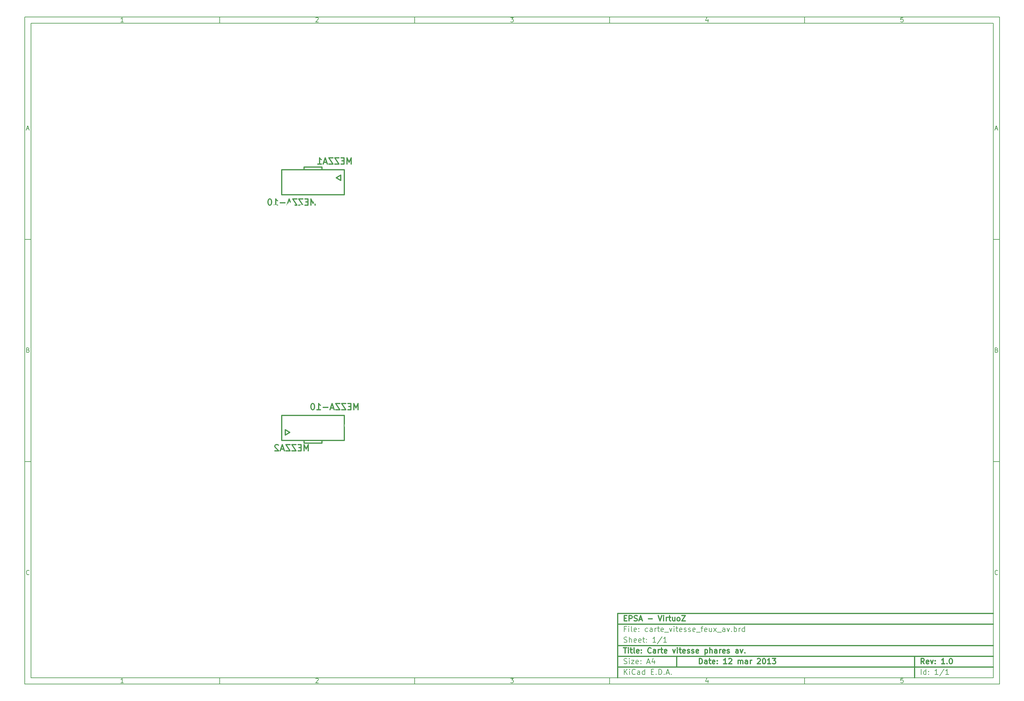
<source format=gbo>
G04 (created by PCBNEW-RS274X (2012-01-19 BZR 3256)-stable) date 12/03/2013 15:28:24*
G01*
G70*
G90*
%MOIN*%
G04 Gerber Fmt 3.4, Leading zero omitted, Abs format*
%FSLAX34Y34*%
G04 APERTURE LIST*
%ADD10C,0.006000*%
%ADD11C,0.012000*%
%ADD12C,0.014000*%
%ADD13C,0.095000*%
%ADD14R,0.095000X0.095000*%
%ADD15R,0.110000X0.082000*%
%ADD16O,0.110000X0.082000*%
%ADD17C,0.295600*%
%ADD18R,0.110000X0.110000*%
%ADD19C,0.110000*%
%ADD20R,0.075000X0.075000*%
%ADD21C,0.075000*%
%ADD22R,0.105000X0.105000*%
%ADD23C,0.105000*%
G04 APERTURE END LIST*
G54D10*
X04000Y-04000D02*
X113000Y-04000D01*
X113000Y-78670D01*
X04000Y-78670D01*
X04000Y-04000D01*
X04700Y-04700D02*
X112300Y-04700D01*
X112300Y-77970D01*
X04700Y-77970D01*
X04700Y-04700D01*
X25800Y-04000D02*
X25800Y-04700D01*
X15043Y-04552D02*
X14757Y-04552D01*
X14900Y-04552D02*
X14900Y-04052D01*
X14852Y-04124D01*
X14805Y-04171D01*
X14757Y-04195D01*
X25800Y-78670D02*
X25800Y-77970D01*
X15043Y-78522D02*
X14757Y-78522D01*
X14900Y-78522D02*
X14900Y-78022D01*
X14852Y-78094D01*
X14805Y-78141D01*
X14757Y-78165D01*
X47600Y-04000D02*
X47600Y-04700D01*
X36557Y-04100D02*
X36581Y-04076D01*
X36629Y-04052D01*
X36748Y-04052D01*
X36795Y-04076D01*
X36819Y-04100D01*
X36843Y-04148D01*
X36843Y-04195D01*
X36819Y-04267D01*
X36533Y-04552D01*
X36843Y-04552D01*
X47600Y-78670D02*
X47600Y-77970D01*
X36557Y-78070D02*
X36581Y-78046D01*
X36629Y-78022D01*
X36748Y-78022D01*
X36795Y-78046D01*
X36819Y-78070D01*
X36843Y-78118D01*
X36843Y-78165D01*
X36819Y-78237D01*
X36533Y-78522D01*
X36843Y-78522D01*
X69400Y-04000D02*
X69400Y-04700D01*
X58333Y-04052D02*
X58643Y-04052D01*
X58476Y-04243D01*
X58548Y-04243D01*
X58595Y-04267D01*
X58619Y-04290D01*
X58643Y-04338D01*
X58643Y-04457D01*
X58619Y-04505D01*
X58595Y-04529D01*
X58548Y-04552D01*
X58405Y-04552D01*
X58357Y-04529D01*
X58333Y-04505D01*
X69400Y-78670D02*
X69400Y-77970D01*
X58333Y-78022D02*
X58643Y-78022D01*
X58476Y-78213D01*
X58548Y-78213D01*
X58595Y-78237D01*
X58619Y-78260D01*
X58643Y-78308D01*
X58643Y-78427D01*
X58619Y-78475D01*
X58595Y-78499D01*
X58548Y-78522D01*
X58405Y-78522D01*
X58357Y-78499D01*
X58333Y-78475D01*
X91200Y-04000D02*
X91200Y-04700D01*
X80395Y-04219D02*
X80395Y-04552D01*
X80276Y-04029D02*
X80157Y-04386D01*
X80467Y-04386D01*
X91200Y-78670D02*
X91200Y-77970D01*
X80395Y-78189D02*
X80395Y-78522D01*
X80276Y-77999D02*
X80157Y-78356D01*
X80467Y-78356D01*
X102219Y-04052D02*
X101981Y-04052D01*
X101957Y-04290D01*
X101981Y-04267D01*
X102029Y-04243D01*
X102148Y-04243D01*
X102195Y-04267D01*
X102219Y-04290D01*
X102243Y-04338D01*
X102243Y-04457D01*
X102219Y-04505D01*
X102195Y-04529D01*
X102148Y-04552D01*
X102029Y-04552D01*
X101981Y-04529D01*
X101957Y-04505D01*
X102219Y-78022D02*
X101981Y-78022D01*
X101957Y-78260D01*
X101981Y-78237D01*
X102029Y-78213D01*
X102148Y-78213D01*
X102195Y-78237D01*
X102219Y-78260D01*
X102243Y-78308D01*
X102243Y-78427D01*
X102219Y-78475D01*
X102195Y-78499D01*
X102148Y-78522D01*
X102029Y-78522D01*
X101981Y-78499D01*
X101957Y-78475D01*
X04000Y-28890D02*
X04700Y-28890D01*
X04231Y-16510D02*
X04469Y-16510D01*
X04184Y-16652D02*
X04350Y-16152D01*
X04517Y-16652D01*
X113000Y-28890D02*
X112300Y-28890D01*
X112531Y-16510D02*
X112769Y-16510D01*
X112484Y-16652D02*
X112650Y-16152D01*
X112817Y-16652D01*
X04000Y-53780D02*
X04700Y-53780D01*
X04386Y-41280D02*
X04457Y-41304D01*
X04481Y-41328D01*
X04505Y-41376D01*
X04505Y-41447D01*
X04481Y-41495D01*
X04457Y-41519D01*
X04410Y-41542D01*
X04219Y-41542D01*
X04219Y-41042D01*
X04386Y-41042D01*
X04433Y-41066D01*
X04457Y-41090D01*
X04481Y-41138D01*
X04481Y-41185D01*
X04457Y-41233D01*
X04433Y-41257D01*
X04386Y-41280D01*
X04219Y-41280D01*
X113000Y-53780D02*
X112300Y-53780D01*
X112686Y-41280D02*
X112757Y-41304D01*
X112781Y-41328D01*
X112805Y-41376D01*
X112805Y-41447D01*
X112781Y-41495D01*
X112757Y-41519D01*
X112710Y-41542D01*
X112519Y-41542D01*
X112519Y-41042D01*
X112686Y-41042D01*
X112733Y-41066D01*
X112757Y-41090D01*
X112781Y-41138D01*
X112781Y-41185D01*
X112757Y-41233D01*
X112733Y-41257D01*
X112686Y-41280D01*
X112519Y-41280D01*
X04505Y-66385D02*
X04481Y-66409D01*
X04410Y-66432D01*
X04362Y-66432D01*
X04290Y-66409D01*
X04243Y-66361D01*
X04219Y-66313D01*
X04195Y-66218D01*
X04195Y-66147D01*
X04219Y-66051D01*
X04243Y-66004D01*
X04290Y-65956D01*
X04362Y-65932D01*
X04410Y-65932D01*
X04481Y-65956D01*
X04505Y-65980D01*
X112805Y-66385D02*
X112781Y-66409D01*
X112710Y-66432D01*
X112662Y-66432D01*
X112590Y-66409D01*
X112543Y-66361D01*
X112519Y-66313D01*
X112495Y-66218D01*
X112495Y-66147D01*
X112519Y-66051D01*
X112543Y-66004D01*
X112590Y-65956D01*
X112662Y-65932D01*
X112710Y-65932D01*
X112781Y-65956D01*
X112805Y-65980D01*
G54D11*
X79443Y-76413D02*
X79443Y-75813D01*
X79586Y-75813D01*
X79671Y-75841D01*
X79729Y-75899D01*
X79757Y-75956D01*
X79786Y-76070D01*
X79786Y-76156D01*
X79757Y-76270D01*
X79729Y-76327D01*
X79671Y-76384D01*
X79586Y-76413D01*
X79443Y-76413D01*
X80300Y-76413D02*
X80300Y-76099D01*
X80271Y-76041D01*
X80214Y-76013D01*
X80100Y-76013D01*
X80043Y-76041D01*
X80300Y-76384D02*
X80243Y-76413D01*
X80100Y-76413D01*
X80043Y-76384D01*
X80014Y-76327D01*
X80014Y-76270D01*
X80043Y-76213D01*
X80100Y-76184D01*
X80243Y-76184D01*
X80300Y-76156D01*
X80500Y-76013D02*
X80729Y-76013D01*
X80586Y-75813D02*
X80586Y-76327D01*
X80614Y-76384D01*
X80672Y-76413D01*
X80729Y-76413D01*
X81157Y-76384D02*
X81100Y-76413D01*
X80986Y-76413D01*
X80929Y-76384D01*
X80900Y-76327D01*
X80900Y-76099D01*
X80929Y-76041D01*
X80986Y-76013D01*
X81100Y-76013D01*
X81157Y-76041D01*
X81186Y-76099D01*
X81186Y-76156D01*
X80900Y-76213D01*
X81443Y-76356D02*
X81471Y-76384D01*
X81443Y-76413D01*
X81414Y-76384D01*
X81443Y-76356D01*
X81443Y-76413D01*
X81443Y-76041D02*
X81471Y-76070D01*
X81443Y-76099D01*
X81414Y-76070D01*
X81443Y-76041D01*
X81443Y-76099D01*
X82500Y-76413D02*
X82157Y-76413D01*
X82329Y-76413D02*
X82329Y-75813D01*
X82272Y-75899D01*
X82214Y-75956D01*
X82157Y-75984D01*
X82728Y-75870D02*
X82757Y-75841D01*
X82814Y-75813D01*
X82957Y-75813D01*
X83014Y-75841D01*
X83043Y-75870D01*
X83071Y-75927D01*
X83071Y-75984D01*
X83043Y-76070D01*
X82700Y-76413D01*
X83071Y-76413D01*
X83785Y-76413D02*
X83785Y-76013D01*
X83785Y-76070D02*
X83813Y-76041D01*
X83871Y-76013D01*
X83956Y-76013D01*
X84013Y-76041D01*
X84042Y-76099D01*
X84042Y-76413D01*
X84042Y-76099D02*
X84071Y-76041D01*
X84128Y-76013D01*
X84213Y-76013D01*
X84271Y-76041D01*
X84299Y-76099D01*
X84299Y-76413D01*
X84842Y-76413D02*
X84842Y-76099D01*
X84813Y-76041D01*
X84756Y-76013D01*
X84642Y-76013D01*
X84585Y-76041D01*
X84842Y-76384D02*
X84785Y-76413D01*
X84642Y-76413D01*
X84585Y-76384D01*
X84556Y-76327D01*
X84556Y-76270D01*
X84585Y-76213D01*
X84642Y-76184D01*
X84785Y-76184D01*
X84842Y-76156D01*
X85128Y-76413D02*
X85128Y-76013D01*
X85128Y-76127D02*
X85156Y-76070D01*
X85185Y-76041D01*
X85242Y-76013D01*
X85299Y-76013D01*
X85927Y-75870D02*
X85956Y-75841D01*
X86013Y-75813D01*
X86156Y-75813D01*
X86213Y-75841D01*
X86242Y-75870D01*
X86270Y-75927D01*
X86270Y-75984D01*
X86242Y-76070D01*
X85899Y-76413D01*
X86270Y-76413D01*
X86641Y-75813D02*
X86698Y-75813D01*
X86755Y-75841D01*
X86784Y-75870D01*
X86813Y-75927D01*
X86841Y-76041D01*
X86841Y-76184D01*
X86813Y-76299D01*
X86784Y-76356D01*
X86755Y-76384D01*
X86698Y-76413D01*
X86641Y-76413D01*
X86584Y-76384D01*
X86555Y-76356D01*
X86527Y-76299D01*
X86498Y-76184D01*
X86498Y-76041D01*
X86527Y-75927D01*
X86555Y-75870D01*
X86584Y-75841D01*
X86641Y-75813D01*
X87412Y-76413D02*
X87069Y-76413D01*
X87241Y-76413D02*
X87241Y-75813D01*
X87184Y-75899D01*
X87126Y-75956D01*
X87069Y-75984D01*
X87612Y-75813D02*
X87983Y-75813D01*
X87783Y-76041D01*
X87869Y-76041D01*
X87926Y-76070D01*
X87955Y-76099D01*
X87983Y-76156D01*
X87983Y-76299D01*
X87955Y-76356D01*
X87926Y-76384D01*
X87869Y-76413D01*
X87697Y-76413D01*
X87640Y-76384D01*
X87612Y-76356D01*
G54D10*
X71043Y-77613D02*
X71043Y-77013D01*
X71386Y-77613D02*
X71129Y-77270D01*
X71386Y-77013D02*
X71043Y-77356D01*
X71643Y-77613D02*
X71643Y-77213D01*
X71643Y-77013D02*
X71614Y-77041D01*
X71643Y-77070D01*
X71671Y-77041D01*
X71643Y-77013D01*
X71643Y-77070D01*
X72272Y-77556D02*
X72243Y-77584D01*
X72157Y-77613D01*
X72100Y-77613D01*
X72015Y-77584D01*
X71957Y-77527D01*
X71929Y-77470D01*
X71900Y-77356D01*
X71900Y-77270D01*
X71929Y-77156D01*
X71957Y-77099D01*
X72015Y-77041D01*
X72100Y-77013D01*
X72157Y-77013D01*
X72243Y-77041D01*
X72272Y-77070D01*
X72786Y-77613D02*
X72786Y-77299D01*
X72757Y-77241D01*
X72700Y-77213D01*
X72586Y-77213D01*
X72529Y-77241D01*
X72786Y-77584D02*
X72729Y-77613D01*
X72586Y-77613D01*
X72529Y-77584D01*
X72500Y-77527D01*
X72500Y-77470D01*
X72529Y-77413D01*
X72586Y-77384D01*
X72729Y-77384D01*
X72786Y-77356D01*
X73329Y-77613D02*
X73329Y-77013D01*
X73329Y-77584D02*
X73272Y-77613D01*
X73158Y-77613D01*
X73100Y-77584D01*
X73072Y-77556D01*
X73043Y-77499D01*
X73043Y-77327D01*
X73072Y-77270D01*
X73100Y-77241D01*
X73158Y-77213D01*
X73272Y-77213D01*
X73329Y-77241D01*
X74072Y-77299D02*
X74272Y-77299D01*
X74358Y-77613D02*
X74072Y-77613D01*
X74072Y-77013D01*
X74358Y-77013D01*
X74615Y-77556D02*
X74643Y-77584D01*
X74615Y-77613D01*
X74586Y-77584D01*
X74615Y-77556D01*
X74615Y-77613D01*
X74901Y-77613D02*
X74901Y-77013D01*
X75044Y-77013D01*
X75129Y-77041D01*
X75187Y-77099D01*
X75215Y-77156D01*
X75244Y-77270D01*
X75244Y-77356D01*
X75215Y-77470D01*
X75187Y-77527D01*
X75129Y-77584D01*
X75044Y-77613D01*
X74901Y-77613D01*
X75501Y-77556D02*
X75529Y-77584D01*
X75501Y-77613D01*
X75472Y-77584D01*
X75501Y-77556D01*
X75501Y-77613D01*
X75758Y-77441D02*
X76044Y-77441D01*
X75701Y-77613D02*
X75901Y-77013D01*
X76101Y-77613D01*
X76301Y-77556D02*
X76329Y-77584D01*
X76301Y-77613D01*
X76272Y-77584D01*
X76301Y-77556D01*
X76301Y-77613D01*
G54D11*
X104586Y-76413D02*
X104386Y-76127D01*
X104243Y-76413D02*
X104243Y-75813D01*
X104471Y-75813D01*
X104529Y-75841D01*
X104557Y-75870D01*
X104586Y-75927D01*
X104586Y-76013D01*
X104557Y-76070D01*
X104529Y-76099D01*
X104471Y-76127D01*
X104243Y-76127D01*
X105071Y-76384D02*
X105014Y-76413D01*
X104900Y-76413D01*
X104843Y-76384D01*
X104814Y-76327D01*
X104814Y-76099D01*
X104843Y-76041D01*
X104900Y-76013D01*
X105014Y-76013D01*
X105071Y-76041D01*
X105100Y-76099D01*
X105100Y-76156D01*
X104814Y-76213D01*
X105300Y-76013D02*
X105443Y-76413D01*
X105585Y-76013D01*
X105814Y-76356D02*
X105842Y-76384D01*
X105814Y-76413D01*
X105785Y-76384D01*
X105814Y-76356D01*
X105814Y-76413D01*
X105814Y-76041D02*
X105842Y-76070D01*
X105814Y-76099D01*
X105785Y-76070D01*
X105814Y-76041D01*
X105814Y-76099D01*
X106871Y-76413D02*
X106528Y-76413D01*
X106700Y-76413D02*
X106700Y-75813D01*
X106643Y-75899D01*
X106585Y-75956D01*
X106528Y-75984D01*
X107128Y-76356D02*
X107156Y-76384D01*
X107128Y-76413D01*
X107099Y-76384D01*
X107128Y-76356D01*
X107128Y-76413D01*
X107528Y-75813D02*
X107585Y-75813D01*
X107642Y-75841D01*
X107671Y-75870D01*
X107700Y-75927D01*
X107728Y-76041D01*
X107728Y-76184D01*
X107700Y-76299D01*
X107671Y-76356D01*
X107642Y-76384D01*
X107585Y-76413D01*
X107528Y-76413D01*
X107471Y-76384D01*
X107442Y-76356D01*
X107414Y-76299D01*
X107385Y-76184D01*
X107385Y-76041D01*
X107414Y-75927D01*
X107442Y-75870D01*
X107471Y-75841D01*
X107528Y-75813D01*
G54D10*
X71014Y-76384D02*
X71100Y-76413D01*
X71243Y-76413D01*
X71300Y-76384D01*
X71329Y-76356D01*
X71357Y-76299D01*
X71357Y-76241D01*
X71329Y-76184D01*
X71300Y-76156D01*
X71243Y-76127D01*
X71129Y-76099D01*
X71071Y-76070D01*
X71043Y-76041D01*
X71014Y-75984D01*
X71014Y-75927D01*
X71043Y-75870D01*
X71071Y-75841D01*
X71129Y-75813D01*
X71271Y-75813D01*
X71357Y-75841D01*
X71614Y-76413D02*
X71614Y-76013D01*
X71614Y-75813D02*
X71585Y-75841D01*
X71614Y-75870D01*
X71642Y-75841D01*
X71614Y-75813D01*
X71614Y-75870D01*
X71843Y-76013D02*
X72157Y-76013D01*
X71843Y-76413D01*
X72157Y-76413D01*
X72614Y-76384D02*
X72557Y-76413D01*
X72443Y-76413D01*
X72386Y-76384D01*
X72357Y-76327D01*
X72357Y-76099D01*
X72386Y-76041D01*
X72443Y-76013D01*
X72557Y-76013D01*
X72614Y-76041D01*
X72643Y-76099D01*
X72643Y-76156D01*
X72357Y-76213D01*
X72900Y-76356D02*
X72928Y-76384D01*
X72900Y-76413D01*
X72871Y-76384D01*
X72900Y-76356D01*
X72900Y-76413D01*
X72900Y-76041D02*
X72928Y-76070D01*
X72900Y-76099D01*
X72871Y-76070D01*
X72900Y-76041D01*
X72900Y-76099D01*
X73614Y-76241D02*
X73900Y-76241D01*
X73557Y-76413D02*
X73757Y-75813D01*
X73957Y-76413D01*
X74414Y-76013D02*
X74414Y-76413D01*
X74271Y-75784D02*
X74128Y-76213D01*
X74500Y-76213D01*
X104243Y-77613D02*
X104243Y-77013D01*
X104786Y-77613D02*
X104786Y-77013D01*
X104786Y-77584D02*
X104729Y-77613D01*
X104615Y-77613D01*
X104557Y-77584D01*
X104529Y-77556D01*
X104500Y-77499D01*
X104500Y-77327D01*
X104529Y-77270D01*
X104557Y-77241D01*
X104615Y-77213D01*
X104729Y-77213D01*
X104786Y-77241D01*
X105072Y-77556D02*
X105100Y-77584D01*
X105072Y-77613D01*
X105043Y-77584D01*
X105072Y-77556D01*
X105072Y-77613D01*
X105072Y-77241D02*
X105100Y-77270D01*
X105072Y-77299D01*
X105043Y-77270D01*
X105072Y-77241D01*
X105072Y-77299D01*
X106129Y-77613D02*
X105786Y-77613D01*
X105958Y-77613D02*
X105958Y-77013D01*
X105901Y-77099D01*
X105843Y-77156D01*
X105786Y-77184D01*
X106814Y-76984D02*
X106300Y-77756D01*
X107329Y-77613D02*
X106986Y-77613D01*
X107158Y-77613D02*
X107158Y-77013D01*
X107101Y-77099D01*
X107043Y-77156D01*
X106986Y-77184D01*
G54D11*
X70957Y-74613D02*
X71300Y-74613D01*
X71129Y-75213D02*
X71129Y-74613D01*
X71500Y-75213D02*
X71500Y-74813D01*
X71500Y-74613D02*
X71471Y-74641D01*
X71500Y-74670D01*
X71528Y-74641D01*
X71500Y-74613D01*
X71500Y-74670D01*
X71700Y-74813D02*
X71929Y-74813D01*
X71786Y-74613D02*
X71786Y-75127D01*
X71814Y-75184D01*
X71872Y-75213D01*
X71929Y-75213D01*
X72215Y-75213D02*
X72157Y-75184D01*
X72129Y-75127D01*
X72129Y-74613D01*
X72671Y-75184D02*
X72614Y-75213D01*
X72500Y-75213D01*
X72443Y-75184D01*
X72414Y-75127D01*
X72414Y-74899D01*
X72443Y-74841D01*
X72500Y-74813D01*
X72614Y-74813D01*
X72671Y-74841D01*
X72700Y-74899D01*
X72700Y-74956D01*
X72414Y-75013D01*
X72957Y-75156D02*
X72985Y-75184D01*
X72957Y-75213D01*
X72928Y-75184D01*
X72957Y-75156D01*
X72957Y-75213D01*
X72957Y-74841D02*
X72985Y-74870D01*
X72957Y-74899D01*
X72928Y-74870D01*
X72957Y-74841D01*
X72957Y-74899D01*
X74043Y-75156D02*
X74014Y-75184D01*
X73928Y-75213D01*
X73871Y-75213D01*
X73786Y-75184D01*
X73728Y-75127D01*
X73700Y-75070D01*
X73671Y-74956D01*
X73671Y-74870D01*
X73700Y-74756D01*
X73728Y-74699D01*
X73786Y-74641D01*
X73871Y-74613D01*
X73928Y-74613D01*
X74014Y-74641D01*
X74043Y-74670D01*
X74557Y-75213D02*
X74557Y-74899D01*
X74528Y-74841D01*
X74471Y-74813D01*
X74357Y-74813D01*
X74300Y-74841D01*
X74557Y-75184D02*
X74500Y-75213D01*
X74357Y-75213D01*
X74300Y-75184D01*
X74271Y-75127D01*
X74271Y-75070D01*
X74300Y-75013D01*
X74357Y-74984D01*
X74500Y-74984D01*
X74557Y-74956D01*
X74843Y-75213D02*
X74843Y-74813D01*
X74843Y-74927D02*
X74871Y-74870D01*
X74900Y-74841D01*
X74957Y-74813D01*
X75014Y-74813D01*
X75128Y-74813D02*
X75357Y-74813D01*
X75214Y-74613D02*
X75214Y-75127D01*
X75242Y-75184D01*
X75300Y-75213D01*
X75357Y-75213D01*
X75785Y-75184D02*
X75728Y-75213D01*
X75614Y-75213D01*
X75557Y-75184D01*
X75528Y-75127D01*
X75528Y-74899D01*
X75557Y-74841D01*
X75614Y-74813D01*
X75728Y-74813D01*
X75785Y-74841D01*
X75814Y-74899D01*
X75814Y-74956D01*
X75528Y-75013D01*
X76471Y-74813D02*
X76614Y-75213D01*
X76756Y-74813D01*
X76985Y-75213D02*
X76985Y-74813D01*
X76985Y-74613D02*
X76956Y-74641D01*
X76985Y-74670D01*
X77013Y-74641D01*
X76985Y-74613D01*
X76985Y-74670D01*
X77185Y-74813D02*
X77414Y-74813D01*
X77271Y-74613D02*
X77271Y-75127D01*
X77299Y-75184D01*
X77357Y-75213D01*
X77414Y-75213D01*
X77842Y-75184D02*
X77785Y-75213D01*
X77671Y-75213D01*
X77614Y-75184D01*
X77585Y-75127D01*
X77585Y-74899D01*
X77614Y-74841D01*
X77671Y-74813D01*
X77785Y-74813D01*
X77842Y-74841D01*
X77871Y-74899D01*
X77871Y-74956D01*
X77585Y-75013D01*
X78099Y-75184D02*
X78156Y-75213D01*
X78271Y-75213D01*
X78328Y-75184D01*
X78356Y-75127D01*
X78356Y-75099D01*
X78328Y-75041D01*
X78271Y-75013D01*
X78185Y-75013D01*
X78128Y-74984D01*
X78099Y-74927D01*
X78099Y-74899D01*
X78128Y-74841D01*
X78185Y-74813D01*
X78271Y-74813D01*
X78328Y-74841D01*
X78585Y-75184D02*
X78642Y-75213D01*
X78757Y-75213D01*
X78814Y-75184D01*
X78842Y-75127D01*
X78842Y-75099D01*
X78814Y-75041D01*
X78757Y-75013D01*
X78671Y-75013D01*
X78614Y-74984D01*
X78585Y-74927D01*
X78585Y-74899D01*
X78614Y-74841D01*
X78671Y-74813D01*
X78757Y-74813D01*
X78814Y-74841D01*
X79328Y-75184D02*
X79271Y-75213D01*
X79157Y-75213D01*
X79100Y-75184D01*
X79071Y-75127D01*
X79071Y-74899D01*
X79100Y-74841D01*
X79157Y-74813D01*
X79271Y-74813D01*
X79328Y-74841D01*
X79357Y-74899D01*
X79357Y-74956D01*
X79071Y-75013D01*
X80071Y-74813D02*
X80071Y-75413D01*
X80071Y-74841D02*
X80128Y-74813D01*
X80242Y-74813D01*
X80299Y-74841D01*
X80328Y-74870D01*
X80357Y-74927D01*
X80357Y-75099D01*
X80328Y-75156D01*
X80299Y-75184D01*
X80242Y-75213D01*
X80128Y-75213D01*
X80071Y-75184D01*
X80614Y-75213D02*
X80614Y-74613D01*
X80871Y-75213D02*
X80871Y-74899D01*
X80842Y-74841D01*
X80785Y-74813D01*
X80700Y-74813D01*
X80642Y-74841D01*
X80614Y-74870D01*
X81414Y-75213D02*
X81414Y-74899D01*
X81385Y-74841D01*
X81328Y-74813D01*
X81214Y-74813D01*
X81157Y-74841D01*
X81414Y-75184D02*
X81357Y-75213D01*
X81214Y-75213D01*
X81157Y-75184D01*
X81128Y-75127D01*
X81128Y-75070D01*
X81157Y-75013D01*
X81214Y-74984D01*
X81357Y-74984D01*
X81414Y-74956D01*
X81700Y-75213D02*
X81700Y-74813D01*
X81700Y-74927D02*
X81728Y-74870D01*
X81757Y-74841D01*
X81814Y-74813D01*
X81871Y-74813D01*
X82299Y-75184D02*
X82242Y-75213D01*
X82128Y-75213D01*
X82071Y-75184D01*
X82042Y-75127D01*
X82042Y-74899D01*
X82071Y-74841D01*
X82128Y-74813D01*
X82242Y-74813D01*
X82299Y-74841D01*
X82328Y-74899D01*
X82328Y-74956D01*
X82042Y-75013D01*
X82556Y-75184D02*
X82613Y-75213D01*
X82728Y-75213D01*
X82785Y-75184D01*
X82813Y-75127D01*
X82813Y-75099D01*
X82785Y-75041D01*
X82728Y-75013D01*
X82642Y-75013D01*
X82585Y-74984D01*
X82556Y-74927D01*
X82556Y-74899D01*
X82585Y-74841D01*
X82642Y-74813D01*
X82728Y-74813D01*
X82785Y-74841D01*
X83785Y-75213D02*
X83785Y-74899D01*
X83756Y-74841D01*
X83699Y-74813D01*
X83585Y-74813D01*
X83528Y-74841D01*
X83785Y-75184D02*
X83728Y-75213D01*
X83585Y-75213D01*
X83528Y-75184D01*
X83499Y-75127D01*
X83499Y-75070D01*
X83528Y-75013D01*
X83585Y-74984D01*
X83728Y-74984D01*
X83785Y-74956D01*
X84014Y-74813D02*
X84157Y-75213D01*
X84299Y-74813D01*
X84528Y-75156D02*
X84556Y-75184D01*
X84528Y-75213D01*
X84499Y-75184D01*
X84528Y-75156D01*
X84528Y-75213D01*
G54D10*
X71243Y-72499D02*
X71043Y-72499D01*
X71043Y-72813D02*
X71043Y-72213D01*
X71329Y-72213D01*
X71557Y-72813D02*
X71557Y-72413D01*
X71557Y-72213D02*
X71528Y-72241D01*
X71557Y-72270D01*
X71585Y-72241D01*
X71557Y-72213D01*
X71557Y-72270D01*
X71929Y-72813D02*
X71871Y-72784D01*
X71843Y-72727D01*
X71843Y-72213D01*
X72385Y-72784D02*
X72328Y-72813D01*
X72214Y-72813D01*
X72157Y-72784D01*
X72128Y-72727D01*
X72128Y-72499D01*
X72157Y-72441D01*
X72214Y-72413D01*
X72328Y-72413D01*
X72385Y-72441D01*
X72414Y-72499D01*
X72414Y-72556D01*
X72128Y-72613D01*
X72671Y-72756D02*
X72699Y-72784D01*
X72671Y-72813D01*
X72642Y-72784D01*
X72671Y-72756D01*
X72671Y-72813D01*
X72671Y-72441D02*
X72699Y-72470D01*
X72671Y-72499D01*
X72642Y-72470D01*
X72671Y-72441D01*
X72671Y-72499D01*
X73671Y-72784D02*
X73614Y-72813D01*
X73500Y-72813D01*
X73442Y-72784D01*
X73414Y-72756D01*
X73385Y-72699D01*
X73385Y-72527D01*
X73414Y-72470D01*
X73442Y-72441D01*
X73500Y-72413D01*
X73614Y-72413D01*
X73671Y-72441D01*
X74185Y-72813D02*
X74185Y-72499D01*
X74156Y-72441D01*
X74099Y-72413D01*
X73985Y-72413D01*
X73928Y-72441D01*
X74185Y-72784D02*
X74128Y-72813D01*
X73985Y-72813D01*
X73928Y-72784D01*
X73899Y-72727D01*
X73899Y-72670D01*
X73928Y-72613D01*
X73985Y-72584D01*
X74128Y-72584D01*
X74185Y-72556D01*
X74471Y-72813D02*
X74471Y-72413D01*
X74471Y-72527D02*
X74499Y-72470D01*
X74528Y-72441D01*
X74585Y-72413D01*
X74642Y-72413D01*
X74756Y-72413D02*
X74985Y-72413D01*
X74842Y-72213D02*
X74842Y-72727D01*
X74870Y-72784D01*
X74928Y-72813D01*
X74985Y-72813D01*
X75413Y-72784D02*
X75356Y-72813D01*
X75242Y-72813D01*
X75185Y-72784D01*
X75156Y-72727D01*
X75156Y-72499D01*
X75185Y-72441D01*
X75242Y-72413D01*
X75356Y-72413D01*
X75413Y-72441D01*
X75442Y-72499D01*
X75442Y-72556D01*
X75156Y-72613D01*
X75556Y-72870D02*
X76013Y-72870D01*
X76099Y-72413D02*
X76242Y-72813D01*
X76384Y-72413D01*
X76613Y-72813D02*
X76613Y-72413D01*
X76613Y-72213D02*
X76584Y-72241D01*
X76613Y-72270D01*
X76641Y-72241D01*
X76613Y-72213D01*
X76613Y-72270D01*
X76813Y-72413D02*
X77042Y-72413D01*
X76899Y-72213D02*
X76899Y-72727D01*
X76927Y-72784D01*
X76985Y-72813D01*
X77042Y-72813D01*
X77470Y-72784D02*
X77413Y-72813D01*
X77299Y-72813D01*
X77242Y-72784D01*
X77213Y-72727D01*
X77213Y-72499D01*
X77242Y-72441D01*
X77299Y-72413D01*
X77413Y-72413D01*
X77470Y-72441D01*
X77499Y-72499D01*
X77499Y-72556D01*
X77213Y-72613D01*
X77727Y-72784D02*
X77784Y-72813D01*
X77899Y-72813D01*
X77956Y-72784D01*
X77984Y-72727D01*
X77984Y-72699D01*
X77956Y-72641D01*
X77899Y-72613D01*
X77813Y-72613D01*
X77756Y-72584D01*
X77727Y-72527D01*
X77727Y-72499D01*
X77756Y-72441D01*
X77813Y-72413D01*
X77899Y-72413D01*
X77956Y-72441D01*
X78213Y-72784D02*
X78270Y-72813D01*
X78385Y-72813D01*
X78442Y-72784D01*
X78470Y-72727D01*
X78470Y-72699D01*
X78442Y-72641D01*
X78385Y-72613D01*
X78299Y-72613D01*
X78242Y-72584D01*
X78213Y-72527D01*
X78213Y-72499D01*
X78242Y-72441D01*
X78299Y-72413D01*
X78385Y-72413D01*
X78442Y-72441D01*
X78956Y-72784D02*
X78899Y-72813D01*
X78785Y-72813D01*
X78728Y-72784D01*
X78699Y-72727D01*
X78699Y-72499D01*
X78728Y-72441D01*
X78785Y-72413D01*
X78899Y-72413D01*
X78956Y-72441D01*
X78985Y-72499D01*
X78985Y-72556D01*
X78699Y-72613D01*
X79099Y-72870D02*
X79556Y-72870D01*
X79613Y-72413D02*
X79842Y-72413D01*
X79699Y-72813D02*
X79699Y-72299D01*
X79727Y-72241D01*
X79785Y-72213D01*
X79842Y-72213D01*
X80270Y-72784D02*
X80213Y-72813D01*
X80099Y-72813D01*
X80042Y-72784D01*
X80013Y-72727D01*
X80013Y-72499D01*
X80042Y-72441D01*
X80099Y-72413D01*
X80213Y-72413D01*
X80270Y-72441D01*
X80299Y-72499D01*
X80299Y-72556D01*
X80013Y-72613D01*
X80813Y-72413D02*
X80813Y-72813D01*
X80556Y-72413D02*
X80556Y-72727D01*
X80584Y-72784D01*
X80642Y-72813D01*
X80727Y-72813D01*
X80784Y-72784D01*
X80813Y-72756D01*
X81042Y-72813D02*
X81356Y-72413D01*
X81042Y-72413D02*
X81356Y-72813D01*
X81442Y-72870D02*
X81899Y-72870D01*
X82299Y-72813D02*
X82299Y-72499D01*
X82270Y-72441D01*
X82213Y-72413D01*
X82099Y-72413D01*
X82042Y-72441D01*
X82299Y-72784D02*
X82242Y-72813D01*
X82099Y-72813D01*
X82042Y-72784D01*
X82013Y-72727D01*
X82013Y-72670D01*
X82042Y-72613D01*
X82099Y-72584D01*
X82242Y-72584D01*
X82299Y-72556D01*
X82528Y-72413D02*
X82671Y-72813D01*
X82813Y-72413D01*
X83042Y-72756D02*
X83070Y-72784D01*
X83042Y-72813D01*
X83013Y-72784D01*
X83042Y-72756D01*
X83042Y-72813D01*
X83328Y-72813D02*
X83328Y-72213D01*
X83328Y-72441D02*
X83385Y-72413D01*
X83499Y-72413D01*
X83556Y-72441D01*
X83585Y-72470D01*
X83614Y-72527D01*
X83614Y-72699D01*
X83585Y-72756D01*
X83556Y-72784D01*
X83499Y-72813D01*
X83385Y-72813D01*
X83328Y-72784D01*
X83871Y-72813D02*
X83871Y-72413D01*
X83871Y-72527D02*
X83899Y-72470D01*
X83928Y-72441D01*
X83985Y-72413D01*
X84042Y-72413D01*
X84499Y-72813D02*
X84499Y-72213D01*
X84499Y-72784D02*
X84442Y-72813D01*
X84328Y-72813D01*
X84270Y-72784D01*
X84242Y-72756D01*
X84213Y-72699D01*
X84213Y-72527D01*
X84242Y-72470D01*
X84270Y-72441D01*
X84328Y-72413D01*
X84442Y-72413D01*
X84499Y-72441D01*
X71014Y-73984D02*
X71100Y-74013D01*
X71243Y-74013D01*
X71300Y-73984D01*
X71329Y-73956D01*
X71357Y-73899D01*
X71357Y-73841D01*
X71329Y-73784D01*
X71300Y-73756D01*
X71243Y-73727D01*
X71129Y-73699D01*
X71071Y-73670D01*
X71043Y-73641D01*
X71014Y-73584D01*
X71014Y-73527D01*
X71043Y-73470D01*
X71071Y-73441D01*
X71129Y-73413D01*
X71271Y-73413D01*
X71357Y-73441D01*
X71614Y-74013D02*
X71614Y-73413D01*
X71871Y-74013D02*
X71871Y-73699D01*
X71842Y-73641D01*
X71785Y-73613D01*
X71700Y-73613D01*
X71642Y-73641D01*
X71614Y-73670D01*
X72385Y-73984D02*
X72328Y-74013D01*
X72214Y-74013D01*
X72157Y-73984D01*
X72128Y-73927D01*
X72128Y-73699D01*
X72157Y-73641D01*
X72214Y-73613D01*
X72328Y-73613D01*
X72385Y-73641D01*
X72414Y-73699D01*
X72414Y-73756D01*
X72128Y-73813D01*
X72899Y-73984D02*
X72842Y-74013D01*
X72728Y-74013D01*
X72671Y-73984D01*
X72642Y-73927D01*
X72642Y-73699D01*
X72671Y-73641D01*
X72728Y-73613D01*
X72842Y-73613D01*
X72899Y-73641D01*
X72928Y-73699D01*
X72928Y-73756D01*
X72642Y-73813D01*
X73099Y-73613D02*
X73328Y-73613D01*
X73185Y-73413D02*
X73185Y-73927D01*
X73213Y-73984D01*
X73271Y-74013D01*
X73328Y-74013D01*
X73528Y-73956D02*
X73556Y-73984D01*
X73528Y-74013D01*
X73499Y-73984D01*
X73528Y-73956D01*
X73528Y-74013D01*
X73528Y-73641D02*
X73556Y-73670D01*
X73528Y-73699D01*
X73499Y-73670D01*
X73528Y-73641D01*
X73528Y-73699D01*
X74585Y-74013D02*
X74242Y-74013D01*
X74414Y-74013D02*
X74414Y-73413D01*
X74357Y-73499D01*
X74299Y-73556D01*
X74242Y-73584D01*
X75270Y-73384D02*
X74756Y-74156D01*
X75785Y-74013D02*
X75442Y-74013D01*
X75614Y-74013D02*
X75614Y-73413D01*
X75557Y-73499D01*
X75499Y-73556D01*
X75442Y-73584D01*
G54D11*
X71043Y-71299D02*
X71243Y-71299D01*
X71329Y-71613D02*
X71043Y-71613D01*
X71043Y-71013D01*
X71329Y-71013D01*
X71586Y-71613D02*
X71586Y-71013D01*
X71814Y-71013D01*
X71872Y-71041D01*
X71900Y-71070D01*
X71929Y-71127D01*
X71929Y-71213D01*
X71900Y-71270D01*
X71872Y-71299D01*
X71814Y-71327D01*
X71586Y-71327D01*
X72157Y-71584D02*
X72243Y-71613D01*
X72386Y-71613D01*
X72443Y-71584D01*
X72472Y-71556D01*
X72500Y-71499D01*
X72500Y-71441D01*
X72472Y-71384D01*
X72443Y-71356D01*
X72386Y-71327D01*
X72272Y-71299D01*
X72214Y-71270D01*
X72186Y-71241D01*
X72157Y-71184D01*
X72157Y-71127D01*
X72186Y-71070D01*
X72214Y-71041D01*
X72272Y-71013D01*
X72414Y-71013D01*
X72500Y-71041D01*
X72728Y-71441D02*
X73014Y-71441D01*
X72671Y-71613D02*
X72871Y-71013D01*
X73071Y-71613D01*
X73728Y-71384D02*
X74185Y-71384D01*
X74842Y-71013D02*
X75042Y-71613D01*
X75242Y-71013D01*
X75442Y-71613D02*
X75442Y-71213D01*
X75442Y-71013D02*
X75413Y-71041D01*
X75442Y-71070D01*
X75470Y-71041D01*
X75442Y-71013D01*
X75442Y-71070D01*
X75728Y-71613D02*
X75728Y-71213D01*
X75728Y-71327D02*
X75756Y-71270D01*
X75785Y-71241D01*
X75842Y-71213D01*
X75899Y-71213D01*
X76013Y-71213D02*
X76242Y-71213D01*
X76099Y-71013D02*
X76099Y-71527D01*
X76127Y-71584D01*
X76185Y-71613D01*
X76242Y-71613D01*
X76699Y-71213D02*
X76699Y-71613D01*
X76442Y-71213D02*
X76442Y-71527D01*
X76470Y-71584D01*
X76528Y-71613D01*
X76613Y-71613D01*
X76670Y-71584D01*
X76699Y-71556D01*
X77071Y-71613D02*
X77013Y-71584D01*
X76985Y-71556D01*
X76956Y-71499D01*
X76956Y-71327D01*
X76985Y-71270D01*
X77013Y-71241D01*
X77071Y-71213D01*
X77156Y-71213D01*
X77213Y-71241D01*
X77242Y-71270D01*
X77271Y-71327D01*
X77271Y-71499D01*
X77242Y-71556D01*
X77213Y-71584D01*
X77156Y-71613D01*
X77071Y-71613D01*
X77471Y-71013D02*
X77871Y-71013D01*
X77471Y-71613D01*
X77871Y-71613D01*
X70300Y-70770D02*
X70300Y-77970D01*
X70300Y-71970D02*
X112300Y-71970D01*
X70300Y-70770D02*
X112300Y-70770D01*
X70300Y-74370D02*
X112300Y-74370D01*
X103500Y-75570D02*
X103500Y-77970D01*
X70300Y-76770D02*
X112300Y-76770D01*
X70300Y-75570D02*
X112300Y-75570D01*
X76900Y-75570D02*
X76900Y-76770D01*
G54D12*
X37250Y-21100D02*
X35250Y-21100D01*
X37250Y-20800D02*
X35250Y-20800D01*
X39750Y-21100D02*
X39750Y-23900D01*
X32750Y-21100D02*
X32750Y-23900D01*
X37250Y-20800D02*
X37250Y-21100D01*
X37250Y-21100D02*
X39750Y-21100D01*
X39750Y-23900D02*
X32750Y-23900D01*
X32750Y-21100D02*
X35250Y-21100D01*
X35250Y-21100D02*
X35250Y-20800D01*
X38850Y-22000D02*
X39350Y-22300D01*
X39350Y-22300D02*
X39350Y-21700D01*
X39350Y-21700D02*
X38850Y-22000D01*
X35250Y-51400D02*
X37250Y-51400D01*
X35250Y-51700D02*
X37250Y-51700D01*
X32750Y-51400D02*
X32750Y-48600D01*
X39750Y-51400D02*
X39750Y-48600D01*
X35250Y-51700D02*
X35250Y-51400D01*
X35250Y-51400D02*
X32750Y-51400D01*
X32750Y-48600D02*
X39750Y-48600D01*
X39750Y-51400D02*
X37250Y-51400D01*
X37250Y-51400D02*
X37250Y-51700D01*
X33650Y-50500D02*
X33150Y-50200D01*
X33150Y-50200D02*
X33150Y-50800D01*
X33150Y-50800D02*
X33650Y-50500D01*
G54D11*
X40500Y-20483D02*
X40500Y-19783D01*
X40267Y-20283D01*
X40034Y-19783D01*
X40034Y-20483D01*
X39700Y-20117D02*
X39467Y-20117D01*
X39367Y-20483D02*
X39700Y-20483D01*
X39700Y-19783D01*
X39367Y-19783D01*
X39134Y-19783D02*
X38667Y-19783D01*
X39134Y-20483D01*
X38667Y-20483D01*
X38467Y-19783D02*
X38000Y-19783D01*
X38467Y-20483D01*
X38000Y-20483D01*
X37767Y-20283D02*
X37433Y-20283D01*
X37833Y-20483D02*
X37600Y-19783D01*
X37367Y-20483D01*
X36767Y-20483D02*
X37167Y-20483D01*
X36967Y-20483D02*
X36967Y-19783D01*
X37033Y-19883D01*
X37100Y-19950D01*
X37167Y-19983D01*
X36467Y-25083D02*
X36467Y-24383D01*
X36234Y-24883D01*
X36001Y-24383D01*
X36001Y-25083D01*
X35667Y-24717D02*
X35434Y-24717D01*
X35334Y-25083D02*
X35667Y-25083D01*
X35667Y-24383D01*
X35334Y-24383D01*
X35101Y-24383D02*
X34634Y-24383D01*
X35101Y-25083D01*
X34634Y-25083D01*
X34434Y-24383D02*
X33967Y-24383D01*
X34434Y-25083D01*
X33967Y-25083D01*
X33734Y-24883D02*
X33400Y-24883D01*
X33800Y-25083D02*
X33567Y-24383D01*
X33334Y-25083D01*
X33100Y-24817D02*
X32567Y-24817D01*
X31867Y-25083D02*
X32267Y-25083D01*
X32067Y-25083D02*
X32067Y-24383D01*
X32133Y-24483D01*
X32200Y-24550D01*
X32267Y-24583D01*
X31433Y-24383D02*
X31366Y-24383D01*
X31300Y-24417D01*
X31266Y-24450D01*
X31233Y-24517D01*
X31200Y-24650D01*
X31200Y-24817D01*
X31233Y-24950D01*
X31266Y-25017D01*
X31300Y-25050D01*
X31366Y-25083D01*
X31433Y-25083D01*
X31500Y-25050D01*
X31533Y-25017D01*
X31566Y-24950D01*
X31600Y-24817D01*
X31600Y-24650D01*
X31566Y-24517D01*
X31533Y-24450D01*
X31500Y-24417D01*
X31433Y-24383D01*
X35700Y-52583D02*
X35700Y-51883D01*
X35467Y-52383D01*
X35234Y-51883D01*
X35234Y-52583D01*
X34900Y-52217D02*
X34667Y-52217D01*
X34567Y-52583D02*
X34900Y-52583D01*
X34900Y-51883D01*
X34567Y-51883D01*
X34334Y-51883D02*
X33867Y-51883D01*
X34334Y-52583D01*
X33867Y-52583D01*
X33667Y-51883D02*
X33200Y-51883D01*
X33667Y-52583D01*
X33200Y-52583D01*
X32967Y-52383D02*
X32633Y-52383D01*
X33033Y-52583D02*
X32800Y-51883D01*
X32567Y-52583D01*
X32367Y-51950D02*
X32333Y-51917D01*
X32267Y-51883D01*
X32100Y-51883D01*
X32033Y-51917D01*
X32000Y-51950D01*
X31967Y-52017D01*
X31967Y-52083D01*
X32000Y-52183D01*
X32400Y-52583D01*
X31967Y-52583D01*
X41267Y-47983D02*
X41267Y-47283D01*
X41034Y-47783D01*
X40801Y-47283D01*
X40801Y-47983D01*
X40467Y-47617D02*
X40234Y-47617D01*
X40134Y-47983D02*
X40467Y-47983D01*
X40467Y-47283D01*
X40134Y-47283D01*
X39901Y-47283D02*
X39434Y-47283D01*
X39901Y-47983D01*
X39434Y-47983D01*
X39234Y-47283D02*
X38767Y-47283D01*
X39234Y-47983D01*
X38767Y-47983D01*
X38534Y-47783D02*
X38200Y-47783D01*
X38600Y-47983D02*
X38367Y-47283D01*
X38134Y-47983D01*
X37900Y-47717D02*
X37367Y-47717D01*
X36667Y-47983D02*
X37067Y-47983D01*
X36867Y-47983D02*
X36867Y-47283D01*
X36933Y-47383D01*
X37000Y-47450D01*
X37067Y-47483D01*
X36233Y-47283D02*
X36166Y-47283D01*
X36100Y-47317D01*
X36066Y-47350D01*
X36033Y-47417D01*
X36000Y-47550D01*
X36000Y-47717D01*
X36033Y-47850D01*
X36066Y-47917D01*
X36100Y-47950D01*
X36166Y-47983D01*
X36233Y-47983D01*
X36300Y-47950D01*
X36333Y-47917D01*
X36366Y-47850D01*
X36400Y-47717D01*
X36400Y-47550D01*
X36366Y-47417D01*
X36333Y-47350D01*
X36300Y-47317D01*
X36233Y-47283D01*
%LPC*%
G54D13*
X48500Y-25000D03*
X49500Y-25000D03*
X49500Y-45500D03*
X50500Y-45500D03*
G54D14*
X49500Y-44000D03*
G54D13*
X50500Y-44000D03*
G54D14*
X51500Y-25500D03*
G54D13*
X51500Y-24500D03*
G54D15*
X47500Y-27000D03*
G54D16*
X47500Y-28000D03*
X47500Y-29000D03*
X47500Y-30000D03*
X47500Y-31000D03*
X47500Y-32000D03*
X47500Y-33000D03*
X50500Y-33000D03*
X50500Y-32000D03*
X50500Y-31000D03*
X50500Y-30000D03*
X50500Y-29000D03*
X50500Y-28000D03*
X50500Y-27000D03*
G54D15*
X50500Y-39500D03*
G54D16*
X50500Y-38500D03*
X50500Y-37500D03*
X50500Y-36500D03*
X47500Y-36500D03*
X47500Y-37500D03*
X47500Y-38500D03*
X47500Y-39500D03*
G54D14*
X38476Y-45571D03*
G54D13*
X39476Y-45571D03*
G54D14*
X46547Y-47441D03*
G54D13*
X47547Y-47441D03*
G54D14*
X26000Y-45500D03*
G54D13*
X27000Y-45500D03*
G54D14*
X46547Y-44980D03*
G54D13*
X47547Y-44980D03*
G54D14*
X41035Y-45571D03*
G54D13*
X42035Y-45571D03*
G54D14*
X23500Y-45500D03*
G54D13*
X24500Y-45500D03*
G54D14*
X43500Y-45500D03*
G54D13*
X44500Y-45500D03*
G54D14*
X28500Y-45500D03*
G54D13*
X29500Y-45500D03*
G54D14*
X31000Y-45500D03*
G54D13*
X32000Y-45500D03*
X44000Y-22500D03*
X45000Y-22500D03*
G54D14*
X47000Y-22500D03*
G54D13*
X46000Y-22500D03*
G54D14*
X46457Y-49402D03*
G54D13*
X46457Y-50402D03*
G54D14*
X27500Y-21000D03*
G54D13*
X27500Y-22000D03*
X48598Y-47047D03*
X51598Y-47047D03*
X52000Y-30500D03*
X52000Y-33500D03*
X50417Y-34941D03*
X47417Y-34941D03*
X41512Y-49508D03*
X44512Y-49508D03*
X30000Y-24500D03*
X27000Y-24500D03*
X50500Y-41500D03*
X47500Y-41500D03*
X47500Y-42500D03*
X50500Y-42500D03*
X52000Y-36500D03*
X52000Y-39500D03*
G54D14*
X34752Y-46457D03*
G54D13*
X33752Y-46457D03*
X26059Y-48130D03*
X29059Y-48130D03*
G54D14*
X37000Y-26500D03*
G54D13*
X38000Y-26500D03*
X38000Y-25500D03*
G54D14*
X31000Y-26500D03*
G54D13*
X32000Y-26500D03*
X32000Y-25500D03*
G54D14*
X40000Y-26500D03*
G54D13*
X41000Y-26500D03*
X41000Y-25500D03*
G54D14*
X34000Y-26500D03*
G54D13*
X35000Y-26500D03*
X35000Y-25500D03*
G54D14*
X43000Y-26500D03*
G54D13*
X44000Y-26500D03*
X44000Y-25500D03*
G54D14*
X28000Y-26500D03*
G54D13*
X29000Y-26500D03*
X29000Y-25500D03*
G54D17*
X50000Y-50000D03*
X50000Y-22500D03*
X22500Y-50000D03*
G54D18*
X44500Y-43000D03*
G54D19*
X44500Y-40000D03*
X38500Y-43000D03*
X38500Y-40000D03*
X36500Y-43000D03*
X36500Y-40000D03*
X34500Y-43000D03*
X34500Y-40000D03*
G54D18*
X44500Y-37500D03*
G54D19*
X44500Y-34500D03*
X38500Y-37500D03*
X38500Y-34500D03*
X36500Y-37500D03*
X36500Y-34500D03*
X34500Y-37500D03*
X34500Y-34500D03*
G54D18*
X44500Y-32000D03*
G54D19*
X44500Y-29000D03*
X38500Y-32000D03*
X38500Y-29000D03*
X36500Y-32000D03*
X36500Y-29000D03*
X34500Y-32000D03*
X34500Y-29000D03*
G54D18*
X22500Y-40000D03*
G54D19*
X22500Y-43000D03*
X28500Y-40000D03*
X28500Y-43000D03*
X30500Y-40000D03*
X30500Y-43000D03*
X32500Y-40000D03*
X32500Y-43000D03*
G54D18*
X22500Y-34500D03*
G54D19*
X22500Y-37500D03*
X28500Y-34500D03*
X28500Y-37500D03*
X30500Y-34500D03*
X30500Y-37500D03*
X32500Y-34500D03*
X32500Y-37500D03*
G54D18*
X22500Y-29000D03*
G54D19*
X22500Y-32000D03*
X28500Y-29000D03*
X28500Y-32000D03*
X30500Y-29000D03*
X30500Y-32000D03*
X32500Y-29000D03*
X32500Y-32000D03*
G54D20*
X46000Y-40000D03*
G54D21*
X46000Y-43000D03*
G54D20*
X46000Y-34500D03*
G54D21*
X46000Y-37500D03*
G54D20*
X46000Y-29000D03*
G54D21*
X46000Y-32000D03*
G54D20*
X21000Y-43000D03*
G54D21*
X21000Y-40000D03*
G54D20*
X21000Y-37500D03*
G54D21*
X21000Y-34500D03*
G54D20*
X21000Y-32000D03*
G54D21*
X21000Y-29000D03*
G54D22*
X38250Y-22000D03*
G54D23*
X38250Y-23000D03*
X37250Y-22000D03*
X37250Y-23000D03*
X36250Y-22000D03*
X36250Y-23000D03*
X35250Y-22000D03*
X35250Y-23000D03*
X34250Y-22000D03*
X34250Y-23000D03*
G54D22*
X34250Y-50500D03*
G54D23*
X34250Y-49500D03*
X35250Y-50500D03*
X35250Y-49500D03*
X36250Y-50500D03*
X36250Y-49500D03*
X37250Y-50500D03*
X37250Y-49500D03*
X38250Y-50500D03*
X38250Y-49500D03*
G54D13*
X45079Y-47343D03*
X40250Y-49750D03*
X33250Y-27250D03*
X40500Y-24750D03*
X30750Y-25500D03*
X45500Y-26750D03*
X33750Y-25250D03*
X42500Y-25500D03*
X47441Y-24114D03*
X42750Y-22000D03*
X39250Y-25000D03*
X45500Y-25500D03*
X30500Y-23000D03*
X36750Y-24500D03*
X31791Y-20768D03*
M02*

</source>
